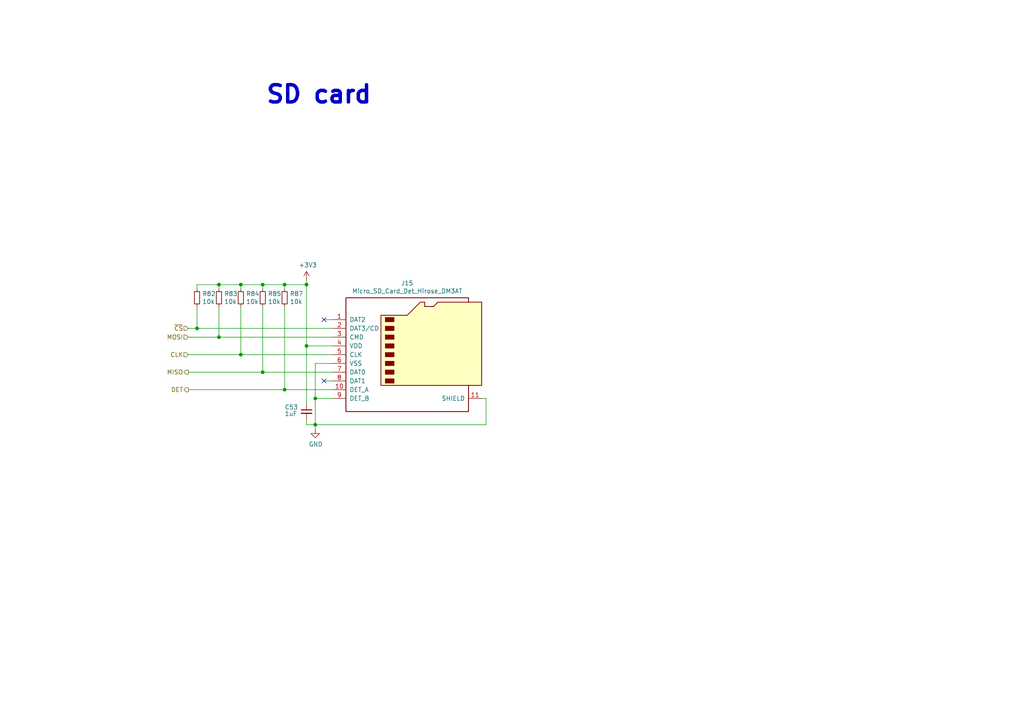
<source format=kicad_sch>
(kicad_sch (version 20230121) (generator eeschema)
  (paper "A4")
  (lib_symbols
    (symbol "Connector:Micro_SD_Card_Det_Hirose_DM3AT" (pin_names (offset 1.016))
      (property "Reference" "J" (at -16.51 17.78 0))
      (property "Value" "Micro_SD_Card_Det_Hirose_DM3AT" (at 16.51 17.78 0))
      (symbol "Micro_SD_Card_Det_Hirose_DM3AT_0_1"
        (rectangle (start -7.62 -6.985) (end -5.08 -8.255) (fill (type outline)))
        (rectangle (start -7.62 -4.445) (end -5.08 -5.715) (fill (type outline)))
        (rectangle (start -7.62 -1.905) (end -5.08 -3.175) (fill (type outline)))
        (rectangle (start -7.62 0.635) (end -5.08 -0.635) (fill (type outline)))
        (rectangle (start -7.62 3.175) (end -5.08 1.905) (fill (type outline)))
        (rectangle (start -7.62 5.715) (end -5.08 4.445) (fill (type outline)))
        (rectangle (start -7.62 8.255) (end -5.08 6.985) (fill (type outline)))
        (rectangle (start -7.62 10.795) (end -5.08 9.525) (fill (type outline)))
        (polyline (pts (xy 16.51 15.24) (xy 16.51 16.51) (xy -19.05 16.51) (xy -19.05 -16.51) (xy 16.51 -16.51) (xy 16.51 -8.89)) (stroke (width 0.254)))
        (polyline (pts (xy -8.89 -8.89) (xy -8.89 11.43) (xy -1.27 11.43) (xy 2.54 15.24) (xy 3.81 15.24) (xy 3.81 13.97) (xy 6.35 13.97) (xy 7.62 15.24) (xy 20.32 15.24) (xy 20.32 -8.89) (xy -8.89 -8.89)) (stroke (width 0.254)) (fill (type background)))
      )
      (symbol "Micro_SD_Card_Det_Hirose_DM3AT_1_1"
        (pin bidirectional line (at -22.86 10.16 0) (length 3.81) (name "DAT2") (number "1"))
        (pin passive line (at -22.86 -10.16 0) (length 3.81) (name "DET_A") (number "10"))
        (pin passive line (at 20.32 -12.7 180) (length 3.81) (name "SHIELD") (number "11"))
        (pin bidirectional line (at -22.86 7.62 0) (length 3.81) (name "DAT3/CD") (number "2"))
        (pin input line (at -22.86 5.08 0) (length 3.81) (name "CMD") (number "3"))
        (pin power_in line (at -22.86 2.54 0) (length 3.81) (name "VDD") (number "4"))
        (pin input line (at -22.86 0 0) (length 3.81) (name "CLK") (number "5"))
        (pin power_in line (at -22.86 -2.54 0) (length 3.81) (name "VSS") (number "6"))
        (pin bidirectional line (at -22.86 -5.08 0) (length 3.81) (name "DAT0") (number "7"))
        (pin bidirectional line (at -22.86 -7.62 0) (length 3.81) (name "DAT1") (number "8"))
        (pin passive line (at -22.86 -12.7 0) (length 3.81) (name "DET_B") (number "9"))
      )
    )
    (symbol "Device:C_Small" (pin_numbers hide) (pin_names (offset 0.254) hide)
      (property "Reference" "C" (at 0.254 1.778 0))
      (property "Value" "C_Small" (at 0.254 -2.032 0))
      (symbol "C_Small_0_1"
        (polyline (pts (xy -1.524 -0.508) (xy 1.524 -0.508)) (stroke (width 0.3302)))
        (polyline (pts (xy -1.524 0.508) (xy 1.524 0.508)) (stroke (width 0.3048)))
      )
      (symbol "C_Small_1_1"
        (pin passive line (at 0 2.54 270) (length 2.032) (name "~") (number "1"))
        (pin passive line (at 0 -2.54 90) (length 2.032) (name "~") (number "2"))
      )
    )
    (symbol "Device:R_Small" (pin_numbers hide) (pin_names (offset 0.254) hide)
      (property "Reference" "R" (at 0.762 0.508 0))
      (property "Value" "R_Small" (at 0.762 -1.016 0))
      (symbol "R_Small_0_1"
        (rectangle (start -0.762 1.778) (end 0.762 -1.778) (stroke (width 0.2032)))
      )
      (symbol "R_Small_1_1"
        (pin passive line (at 0 2.54 270) (length 0.762) (name "~") (number "1"))
        (pin passive line (at 0 -2.54 90) (length 0.762) (name "~") (number "2"))
      )
    )
    (symbol "power:+3.3V" (power) (pin_names (offset 0))
      (property "Value" "+3.3V" (at 0 3.556 0))
      (symbol "+3.3V_0_1"
        (polyline (pts (xy -0.762 1.27) (xy 0 2.54)))
        (polyline (pts (xy 0 0) (xy 0 2.54)))
        (polyline (pts (xy 0 2.54) (xy 0.762 1.27)))
      )
      (symbol "+3.3V_1_1"
        (pin power_in line (at 0 0 90) (length 0) hide (name "+3V3") (number "1"))
      )
    )
    (symbol "power:GND" (power) (pin_names (offset 0))
      (property "Value" "GND" (at 0 -3.81 0))
      (symbol "GND_0_1"
        (polyline (pts (xy 0 0) (xy 0 -1.27) (xy 1.27 -1.27) (xy 0 -2.54) (xy -1.27 -1.27) (xy 0 -1.27)))
      )
      (symbol "GND_1_1"
        (pin power_in line (at 0 0 270) (length 0) hide (name "GND") (number "1"))
      )
    )
  )
  (junction (at 88.9 82.55))
  (junction (at 69.85 102.87))
  (junction (at 69.85 82.55))
  (junction (at 57.15 95.25))
  (junction (at 76.2 82.55))
  (junction (at 82.55 113.03))
  (junction (at 63.5 82.55))
  (junction (at 91.44 123.19))
  (junction (at 63.5 97.79))
  (junction (at 91.44 115.57))
  (junction (at 88.9 100.33))
  (junction (at 76.2 107.95))
  (junction (at 82.55 82.55))
  (no_connect (at 93.98 92.71))
  (no_connect (at 93.98 110.49))
  (wire (pts (xy 96.52 100.33) (xy 88.9 100.33)))
  (wire (pts (xy 91.44 123.19) (xy 91.44 124.46)))
  (wire (pts (xy 76.2 82.55) (xy 69.85 82.55)))
  (wire (pts (xy 69.85 88.9) (xy 69.85 102.87)))
  (wire (pts (xy 91.44 105.41) (xy 91.44 115.57)))
  (wire (pts (xy 82.55 83.82) (xy 82.55 82.55)))
  (wire (pts (xy 63.5 82.55) (xy 57.15 82.55)))
  (wire (pts (xy 96.52 107.95) (xy 76.2 107.95)))
  (wire (pts (xy 69.85 82.55) (xy 63.5 82.55)))
  (wire (pts (xy 88.9 82.55) (xy 82.55 82.55)))
  (wire (pts (xy 91.44 123.19) (xy 140.97 123.19)))
  (wire (pts (xy 93.98 110.49) (xy 96.52 110.49)))
  (wire (pts (xy 76.2 82.55) (xy 82.55 82.55)))
  (wire (pts (xy 93.98 92.71) (xy 96.52 92.71)))
  (wire (pts (xy 140.97 115.57) (xy 139.7 115.57)))
  (wire (pts (xy 91.44 115.57) (xy 91.44 123.19)))
  (wire (pts (xy 88.9 123.19) (xy 91.44 123.19)))
  (wire (pts (xy 88.9 121.92) (xy 88.9 123.19)))
  (wire (pts (xy 57.15 82.55) (xy 57.15 83.82)))
  (wire (pts (xy 91.44 115.57) (xy 96.52 115.57)))
  (wire (pts (xy 69.85 102.87) (xy 54.61 102.87)))
  (wire (pts (xy 63.5 88.9) (xy 63.5 97.79)))
  (wire (pts (xy 63.5 97.79) (xy 54.61 97.79)))
  (wire (pts (xy 76.2 88.9) (xy 76.2 107.95)))
  (wire (pts (xy 88.9 100.33) (xy 88.9 82.55)))
  (wire (pts (xy 96.52 113.03) (xy 82.55 113.03)))
  (wire (pts (xy 76.2 83.82) (xy 76.2 82.55)))
  (wire (pts (xy 96.52 95.25) (xy 57.15 95.25)))
  (wire (pts (xy 82.55 113.03) (xy 82.55 88.9)))
  (wire (pts (xy 69.85 83.82) (xy 69.85 82.55)))
  (wire (pts (xy 57.15 95.25) (xy 54.61 95.25)))
  (wire (pts (xy 96.52 97.79) (xy 63.5 97.79)))
  (wire (pts (xy 96.52 102.87) (xy 69.85 102.87)))
  (wire (pts (xy 63.5 83.82) (xy 63.5 82.55)))
  (wire (pts (xy 96.52 105.41) (xy 91.44 105.41)))
  (wire (pts (xy 88.9 81.28) (xy 88.9 82.55)))
  (wire (pts (xy 76.2 107.95) (xy 54.61 107.95)))
  (wire (pts (xy 88.9 100.33) (xy 88.9 116.84)))
  (wire (pts (xy 82.55 113.03) (xy 54.61 113.03)))
  (wire (pts (xy 140.97 123.19) (xy 140.97 115.57)))
  (wire (pts (xy 57.15 88.9) (xy 57.15 95.25)))
  (text "SD card" (at 76.835 30.48 0) (effects (font (size 5 5) (thickness 1) bold) (justify left bottom)))
  (hierarchical_label "MISO" (shape output) (at 54.61 107.95 180))
  (hierarchical_label "~{CS}" (shape input) (at 54.61 95.25 180))
  (hierarchical_label "CLK" (shape input) (at 54.61 102.87 180))
  (hierarchical_label "MOSI" (shape input) (at 54.61 97.79 180))
  (hierarchical_label "DET" (shape output) (at 54.61 113.03 180))
  (symbol (lib_id "Device:R_Small") (at 82.55 86.36 0) (unit 1)
    (property "Reference" "R87" (at 84.0486 85.1916 0) (effects (justify left)))
    (property "Value" "10k" (at 84.0486 87.503 0) (effects (justify left)))
    (property "Footprint" "Resistor_SMD:R_0603_1608Metric" (effects hide))
  )
  (symbol (lib_id "Device:R_Small") (at 57.15 86.36 0) (unit 1)
    (property "Reference" "R82" (at 58.6486 85.1916 0) (effects (justify left)))
    (property "Value" "10k" (at 58.6486 87.503 0) (effects (justify left)))
    (property "Footprint" "Resistor_SMD:R_0603_1608Metric" (effects hide))
  )
  (symbol (lib_id "Device:R_Small") (at 63.5 86.36 0) (unit 1)
    (property "Reference" "R83" (at 64.9986 85.1916 0) (effects (justify left)))
    (property "Value" "10k" (at 64.9986 87.503 0) (effects (justify left)))
    (property "Footprint" "Resistor_SMD:R_0603_1608Metric" (effects hide))
  )
  (symbol (lib_id "power:GND") (at 91.44 124.46 0) (unit 1)
    (property "Reference" "#PWR0113" (effects hide))
    (property "Value" "GND" (at 91.567 128.8542 0))
  )
  (symbol (lib_id "Device:C_Small") (at 88.9 119.38 0) (unit 1)
    (property "Reference" "C53" (at 82.55 118.11 0) (effects (justify left)))
    (property "Value" "1uF" (at 82.55 120.015 0) (effects (justify left)))
    (property "Footprint" "Capacitor_SMD:C_0603_1608Metric" (effects hide))
  )
  (symbol (lib_id "power:+3.3V") (at 88.9 81.28 0) (unit 1)
    (property "Reference" "#PWR0112" (effects hide))
    (property "Value" "+3.3V" (at 89.281 76.8858 0))
  )
  (symbol (lib_id "Device:R_Small") (at 76.2 86.36 0) (unit 1)
    (property "Reference" "R85" (at 77.6986 85.1916 0) (effects (justify left)))
    (property "Value" "10k" (at 77.6986 87.503 0) (effects (justify left)))
    (property "Footprint" "Resistor_SMD:R_0603_1608Metric" (effects hide))
  )
  (symbol (lib_id "Connector:Micro_SD_Card_Det_Hirose_DM3AT") (at 119.38 102.87 0) (unit 1)
    (property "Reference" "J15" (at 118.11 82.1182 0))
    (property "Value" "Micro_SD_Card_Det_Hirose_DM3AT" (at 118.11 84.4296 0))
    (property "Footprint" "Connector_Card:microSD_HC_Hirose_DM3AT-SF-PEJM5" (effects hide))
    (property "Datasheet" "https://www.hirose.com/product/en/download_file/key_name/DM3/category/Catalog/doc_file_id/49662/?file_category_id=4&item_id=195&is_series=1" (effects hide))
  )
  (symbol (lib_id "Device:R_Small") (at 69.85 86.36 0) (unit 1)
    (property "Reference" "R84" (at 71.3486 85.1916 0) (effects (justify left)))
    (property "Value" "10k" (at 71.3486 87.503 0) (effects (justify left)))
    (property "Footprint" "Resistor_SMD:R_0603_1608Metric" (effects hide))
  )
)
</source>
